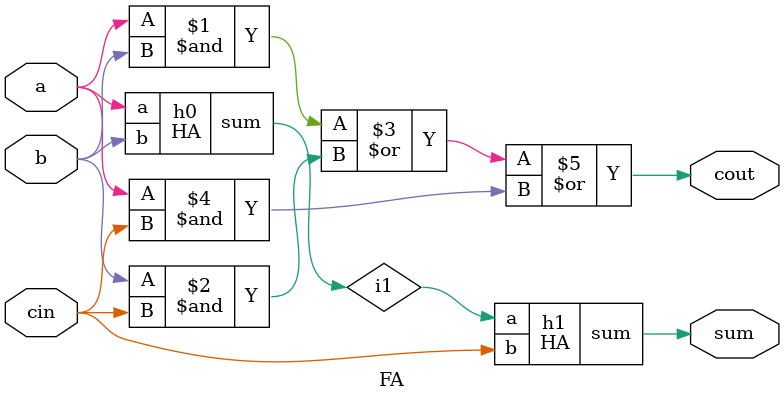
<source format=v>
`timescale 1ns / 1ps

module TestLCD(A1,A2,B1,B2,cin,sum,clk, sf_e, e, rs, rw, d, c, b, a);
(* LOC = "L13" *)   input A1;
(* LOC = "L14" *)   input A2;
(* LOC = "H18" *)   input B1;
(* LOC = "N17" *)   input B2;

(* LOC = "D18" *)	input cin;
	output [2:0]sum;
	wire ci;
	
	FA f0(A1,B1,cin,sum[0],ci);
	FA f1(A2,B2,ci,sum[1],sum[2]);

(* LOC = "C9" *) input clk; 
(* LOC = "D16" *) output reg sf_e; 
(* LOC = "M18" *) output reg e; 
(* LOC = "L18" *) output reg rs;
(* LOC = "L17" *) output reg rw;
(* LOC = "M15" *) output reg d;	
(* LOC = "P17" *) output reg c;	
(* LOC = "R16" *) output reg b;	
(* LOC = "R15" *) output reg a;	

reg [26:0] count = 0;	
reg [5:0] code;	
reg refresh;	

always @ (posedge clk) begin
count <= count + 1;

case (count [26:21])	
0: code <= 6'h03;	
1: code <= 6'h03;	
2: code <= 6'h03;	
3: code <= 6'h02;	
4: code <= 6'h02; 
5: code <= 6'h08; 
6: code <= 6'h00; 
7: code <= 6'h06; 
8: code <= 6'h00; 
9: code <= 6'h0C; 
10: code <= 6'h00;
11: code <= 6'h01;
12:	
   code<=6'h23;
	
13:
   case ( sum[2:0])
	0: code<=6'h20;
	1: code<=6'h21;
	2: code<=6'h22;
	3: code<=6'h23;
	4: code<=6'h24;
	5: code<=6'h25;
	6: code<=6'h26;
	7: code<=6'h27;
	endcase




 
default: code <= 6'h10;  
endcase 
refresh <= count[ 20 ];  
sf_e <= 1; e <= refresh; 
rs <= code[5]; rw <= code[4]; 
d <= code[3]; c <= code[2]; 
b <= code[1]; a <= code[0]; 
end 

endmodule


module HA(
	input a,
	input b,
	output sum
	);
	
	assign sum = a^b;

endmodule

module FA(
	input a,
	input b,
	input cin,
	output sum,
	output cout
	);
	
	wire i1;
	
	HA h0(a,b,i1);
	HA h1(i1,cin,sum);
	assign cout = (a&b) | (b&cin) | (a&cin);

endmodule


</source>
